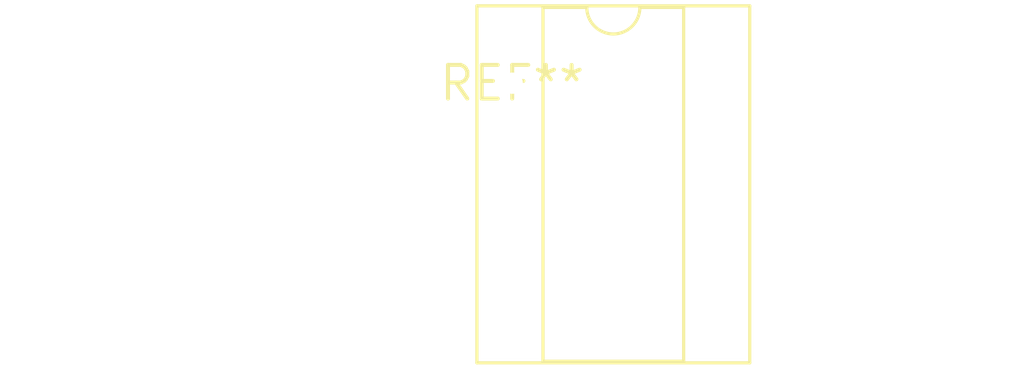
<source format=kicad_pcb>
(kicad_pcb (version 20240108) (generator pcbnew)
  (layers (0 "F.Cu" signal) (31 "B.Cu" signal) (34 "B.Paste" user) (35 "F.Paste" user) (36 "B.SilkS" user "B.Silkscreen") (37 "F.SilkS" user "F.Silkscreen") (38 "B.Mask" user) (39 "F.Mask" user) (44 "Edge.Cuts" user))
  (net 0 "")
  (footprint "CERDIP-8_W7.62mm_SideBrazed_Socket" (layer "F.Cu") (at 0 0)
    (property "Reference" "REF**")
    (property "Value" "CERDIP-8_W7.62mm_SideBrazed_Socket")
    (fp_line (start -1.33 -2.915) (end -1.33 10.535) (layer "F.SilkS") (stroke (width 0.12)))
    (fp_line (start -1.33 10.535) (end 8.95 10.535) (layer "F.SilkS") (stroke (width 0.12)))
    (fp_line (start 1.16 -2.855) (end 1.16 10.475) (layer "F.SilkS") (stroke (width 0.12)))
    (fp_line (start 1.16 10.475) (end 6.46 10.475) (layer "F.SilkS") (stroke (width 0.12)))
    (fp_line (start 2.81 -2.855) (end 1.16 -2.855) (layer "F.SilkS") (stroke (width 0.12)))
    (fp_line (start 6.46 -2.855) (end 4.81 -2.855) (layer "F.SilkS") (stroke (width 0.12)))
    (fp_line (start 6.46 10.475) (end 6.46 -2.855) (layer "F.SilkS") (stroke (width 0.12)))
    (fp_line (start 8.95 -2.915) (end -1.33 -2.915) (layer "F.SilkS") (stroke (width 0.12)))
    (fp_line (start 8.95 10.535) (end 8.95 -2.915) (layer "F.SilkS") (stroke (width 0.12)))
    (fp_arc (start 4.81 -2.855) (mid 3.81 -1.855) (end 2.81 -2.855) (layer "F.SilkS") (stroke (width 0.12)))
    (pad "1" thru_hole rect (at 0 0) (size 1.6 1.6) (drill 0.8) (layers *.Cu *.Mask) (remove_unused_layers))
    (pad "2" thru_hole circle (at 0 2.54) (size 1.6 1.6) (drill 0.8) (layers *.Cu *.Mask) (remove_unused_layers))
    (pad "3" thru_hole circle (at 0 5.08) (size 1.6 1.6) (drill 0.8) (layers *.Cu *.Mask) (remove_unused_layers))
    (pad "4" thru_hole circle (at 0 7.62) (size 1.6 1.6) (drill 0.8) (layers *.Cu *.Mask) (remove_unused_layers))
    (pad "5" thru_hole circle (at 7.62 7.62) (size 1.6 1.6) (drill 0.8) (layers *.Cu *.Mask) (remove_unused_layers))
    (pad "6" thru_hole circle (at 7.62 5.08) (size 1.6 1.6) (drill 0.8) (layers *.Cu *.Mask) (remove_unused_layers))
    (pad "7" thru_hole circle (at 7.62 2.54) (size 1.6 1.6) (drill 0.8) (layers *.Cu *.Mask) (remove_unused_layers))
    (pad "8" thru_hole circle (at 7.62 0) (size 1.6 1.6) (drill 0.8) (layers *.Cu *.Mask) (remove_unused_layers))
  )
)
</source>
